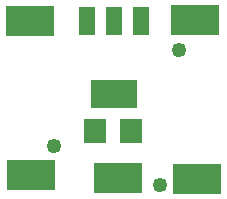
<source format=gts>
G04 MADE WITH FRITZING*
G04 WWW.FRITZING.ORG*
G04 DOUBLE SIDED*
G04 HOLES PLATED*
G04 CONTOUR ON CENTER OF CONTOUR VECTOR*
%ASAXBY*%
%FSLAX23Y23*%
%MOIN*%
%OFA0B0*%
%SFA1.0B1.0*%
%ADD10C,0.049370*%
%ADD11R,0.058000X0.098000*%
%ADD12R,0.151732X0.096614*%
%ADD13R,0.163543X0.104488*%
%ADD14R,0.072992X0.084803*%
%LNMASK1*%
G90*
G70*
G54D10*
X184Y170D03*
X600Y490D03*
X536Y42D03*
G54D11*
X474Y589D03*
X383Y589D03*
X292Y589D03*
G54D12*
X383Y345D03*
G54D13*
X395Y66D03*
X660Y63D03*
X105Y74D03*
X653Y591D03*
X103Y587D03*
G54D14*
X319Y223D03*
X441Y223D03*
G04 End of Mask1*
M02*
</source>
